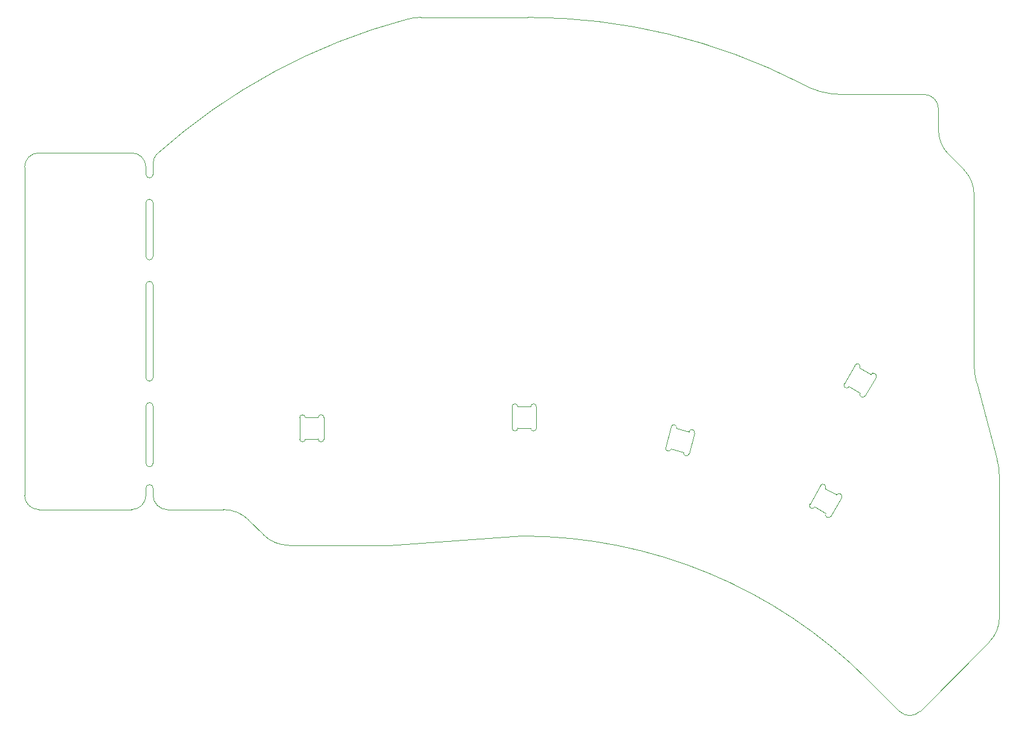
<source format=gbr>
%TF.GenerationSoftware,KiCad,Pcbnew,(5.1.10-1-10_14)*%
%TF.CreationDate,2021-09-20T15:17:19-07:00*%
%TF.ProjectId,redwood,72656477-6f6f-4642-9e6b-696361645f70,rev?*%
%TF.SameCoordinates,Original*%
%TF.FileFunction,Profile,NP*%
%FSLAX46Y46*%
G04 Gerber Fmt 4.6, Leading zero omitted, Abs format (unit mm)*
G04 Created by KiCad (PCBNEW (5.1.10-1-10_14)) date 2021-09-20 15:17:19*
%MOMM*%
%LPD*%
G01*
G04 APERTURE LIST*
%TA.AperFunction,Profile*%
%ADD10C,0.050000*%
%TD*%
%TA.AperFunction,Profile*%
%ADD11C,0.120000*%
%TD*%
G04 APERTURE END LIST*
D10*
X205990001Y-68312096D02*
G75*
G02*
X200140000Y-66690000I-21937J11280792D01*
G01*
X145098696Y-57759067D02*
G75*
G02*
X147010000Y-57500000I1911304J-6920933D01*
G01*
X227690000Y-119370000D02*
G75*
G02*
X228046399Y-121976237I-9643600J-2646236D01*
G01*
X224850000Y-108750000D02*
G75*
G02*
X224493601Y-106143763I9643600J2646236D01*
G01*
X224850000Y-108750000D02*
X227690000Y-119370000D01*
X226590000Y-145090000D02*
G75*
G03*
X228054466Y-141554466I-3535534J3535534D01*
G01*
X219500000Y-70310000D02*
X219495534Y-73214466D01*
X220960000Y-76750000D02*
X223025534Y-78814466D01*
X220960000Y-76750000D02*
G75*
G02*
X219495534Y-73214466I3535534J3535534D01*
G01*
X224490000Y-82350000D02*
G75*
G03*
X223025534Y-78814466I-5000000J0D01*
G01*
X108500000Y-108000000D02*
X108500000Y-95000000D01*
X109500000Y-112000000D02*
X109500000Y-120000000D01*
X108500000Y-112000000D02*
G75*
G02*
X109500000Y-112000000I500000J0D01*
G01*
X109500000Y-108000000D02*
G75*
G02*
X108500000Y-108000000I-500000J0D01*
G01*
X224493601Y-106143763D02*
X224490000Y-82350000D01*
X142530000Y-131500000D02*
X161150000Y-130208120D01*
X93500000Y-126500000D02*
G75*
G02*
X91500000Y-124500000I0J2000000D01*
G01*
X161150000Y-130208120D02*
G75*
G02*
X209500000Y-150250000I0J-68341880D01*
G01*
X122895534Y-127964466D02*
G75*
G03*
X119360000Y-126500000I-3535534J-3535534D01*
G01*
X128500000Y-131500000D02*
G75*
G02*
X124964466Y-130035534I0J5000000D01*
G01*
X108500000Y-123500000D02*
G75*
G02*
X109500000Y-123500000I500000J0D01*
G01*
X217500000Y-68310000D02*
G75*
G02*
X219500000Y-70310000I0J-2000000D01*
G01*
X108500000Y-79500000D02*
X108500000Y-78500000D01*
X109504685Y-78000000D02*
X109499152Y-79499991D01*
X109504685Y-78000000D02*
G75*
G02*
X109951493Y-76741665I1995315J0D01*
G01*
X106500000Y-76500000D02*
G75*
G02*
X108500000Y-78500000I0J-2000000D01*
G01*
X108500000Y-95000000D02*
G75*
G02*
X109500000Y-95000000I500000J0D01*
G01*
X109500000Y-91000000D02*
G75*
G02*
X108500000Y-91000000I-500000J0D01*
G01*
X108500000Y-83500000D02*
G75*
G02*
X109500000Y-83500000I500000J0D01*
G01*
X109500000Y-79500000D02*
G75*
G02*
X108500000Y-79500000I-500000J0D01*
G01*
X109500000Y-120000000D02*
G75*
G02*
X108500000Y-120000000I-500000J0D01*
G01*
X108500000Y-124500000D02*
G75*
G02*
X106500000Y-126500000I-2000000J0D01*
G01*
X91500000Y-78500000D02*
G75*
G02*
X93500000Y-76500000I2000000J0D01*
G01*
X91500000Y-78500000D02*
X91500000Y-124500000D01*
X106500000Y-126500000D02*
X93500000Y-126500000D01*
X228054466Y-141554466D02*
X228046399Y-121976237D01*
X128500000Y-131500000D02*
X142530000Y-131500000D01*
X216919912Y-154766577D02*
G75*
G02*
X214074674Y-154801133I-1439912J1406577D01*
G01*
X226590000Y-145090000D02*
X216919912Y-154766577D01*
X209500000Y-150250000D02*
X214074674Y-154801133D01*
X119360000Y-126500000D02*
X111500000Y-126500000D01*
X111500000Y-126500000D02*
G75*
G02*
X109500000Y-124500000I0J2000000D01*
G01*
X162000000Y-57499760D02*
X147010000Y-57500000D01*
X122895534Y-127964466D02*
X124964466Y-130035534D01*
X205990001Y-68312096D02*
X217500000Y-68310000D01*
X109500000Y-123500000D02*
X109500000Y-124500000D01*
X108500000Y-124500000D02*
X108500000Y-123500000D01*
X109500000Y-95000000D02*
X109500000Y-108000000D01*
X108500000Y-120000000D02*
X108500000Y-112000000D01*
X109500000Y-83500000D02*
X109500000Y-91000000D01*
X108500000Y-91000000D02*
X108500000Y-83500000D01*
X109951493Y-76741664D02*
G75*
G02*
X145098696Y-57759067I57035970J-63575196D01*
G01*
X162000000Y-57499760D02*
G75*
G02*
X200140000Y-66690000I0J-83736667D01*
G01*
X106500000Y-76500000D02*
X93500000Y-76500000D01*
D11*
%TO.C,D5*%
X130830000Y-113610000D02*
X132630000Y-113610000D01*
X130030000Y-116610000D02*
X130030000Y-113610000D01*
X132630000Y-116610000D02*
X130830000Y-116610000D01*
X133430000Y-113610000D02*
X133430000Y-116610000D01*
X132630000Y-113610000D02*
G75*
G02*
X133430000Y-113610000I400000J0D01*
G01*
X130030000Y-113610000D02*
G75*
G02*
X130830000Y-113610000I400000J0D01*
G01*
X130830000Y-116610000D02*
G75*
G02*
X130030000Y-116610000I-400000J0D01*
G01*
X133430000Y-116610000D02*
G75*
G02*
X132630000Y-116610000I-400000J0D01*
G01*
%TO.C,D4*%
X160586067Y-112077196D02*
X162386067Y-112077196D01*
X159786067Y-115077196D02*
X159786067Y-112077196D01*
X162386067Y-115077196D02*
X160586067Y-115077196D01*
X163186067Y-112077196D02*
X163186067Y-115077196D01*
X162386067Y-112077196D02*
G75*
G02*
X163186067Y-112077196I400000J0D01*
G01*
X159786067Y-112077196D02*
G75*
G02*
X160586067Y-112077196I400000J0D01*
G01*
X160586067Y-115077196D02*
G75*
G02*
X159786067Y-115077196I-400000J0D01*
G01*
X163186067Y-115077196D02*
G75*
G02*
X162386067Y-115077196I-400000J0D01*
G01*
%TO.C,D3*%
X182832566Y-115110941D02*
X184571233Y-115576815D01*
X181283369Y-117801663D02*
X182059826Y-114903886D01*
X183794776Y-118474593D02*
X182056109Y-118008719D01*
X185343973Y-115783871D02*
X184567516Y-118681648D01*
X184571233Y-115576815D02*
G75*
G02*
X185343973Y-115783871I386370J-103528D01*
G01*
X182059826Y-114903887D02*
G75*
G02*
X182832566Y-115110941I386370J-103527D01*
G01*
X182056109Y-118008719D02*
G75*
G02*
X181283369Y-117801663I-386370J103528D01*
G01*
X184567516Y-118681647D02*
G75*
G02*
X183794776Y-118474593I-386370J103527D01*
G01*
%TO.C,D2*%
X203669995Y-123538841D02*
X205228841Y-124438841D01*
X201477175Y-125736917D02*
X202977175Y-123138841D01*
X203728841Y-127036917D02*
X202169995Y-126136917D01*
X205921661Y-124838841D02*
X204421661Y-127436917D01*
X205228841Y-124438841D02*
G75*
G02*
X205921661Y-124838841I346410J-200000D01*
G01*
X202977175Y-123138841D02*
G75*
G02*
X203669995Y-123538841I346410J-200000D01*
G01*
X202169995Y-126136917D02*
G75*
G02*
X201477175Y-125736917I-346410J200000D01*
G01*
X204421661Y-127436917D02*
G75*
G02*
X203728841Y-127036917I-346410J200000D01*
G01*
%TO.C,D1*%
X208492033Y-106663360D02*
X210050879Y-107563360D01*
X206299213Y-108861436D02*
X207799213Y-106263360D01*
X208550879Y-110161436D02*
X206992033Y-109261436D01*
X210743699Y-107963360D02*
X209243699Y-110561436D01*
X210050879Y-107563360D02*
G75*
G02*
X210743699Y-107963360I346410J-200000D01*
G01*
X207799213Y-106263360D02*
G75*
G02*
X208492033Y-106663360I346410J-200000D01*
G01*
X206992033Y-109261436D02*
G75*
G02*
X206299213Y-108861436I-346410J200000D01*
G01*
X209243699Y-110561436D02*
G75*
G02*
X208550879Y-110161436I-346410J200000D01*
G01*
%TD*%
M02*

</source>
